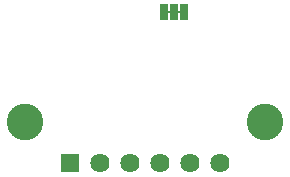
<source format=gbr>
G04 EAGLE Gerber RS-274X export*
G75*
%MOMM*%
%FSLAX34Y34*%
%LPD*%
%AMOC8*
5,1,8,0,0,1.08239X$1,22.5*%
G01*
%ADD10C,3.101600*%
%ADD11R,0.736600X1.371600*%
%ADD12C,0.203200*%
%ADD13R,1.625600X1.625600*%
%ADD14C,1.625600*%


D10*
X25400Y50000D03*
X228600Y50000D03*
D11*
X143226Y142758D03*
X151354Y142758D03*
X159482Y142758D03*
D12*
X160244Y142758D02*
X142718Y142758D01*
D13*
X63500Y15000D03*
D14*
X88900Y15000D03*
X114300Y15000D03*
X139700Y15000D03*
X165100Y15000D03*
X190500Y15000D03*
M02*

</source>
